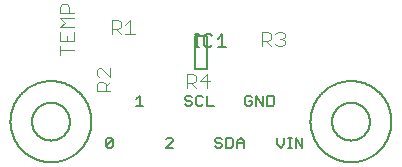
<source format=gto>
G75*
%MOIN*%
%OFA0B0*%
%FSLAX25Y25*%
%IPPOS*%
%LPD*%
%AMOC8*
5,1,8,0,0,1.08239X$1,22.5*
%
%ADD10C,0.00600*%
%ADD11C,0.00800*%
%ADD12C,0.00400*%
D10*
X0035458Y0009867D02*
X0036026Y0009300D01*
X0037160Y0009300D01*
X0037727Y0009867D01*
X0037727Y0012136D01*
X0035458Y0009867D01*
X0035458Y0012136D01*
X0036026Y0012703D01*
X0037160Y0012703D01*
X0037727Y0012136D01*
X0055458Y0012136D02*
X0056026Y0012703D01*
X0057160Y0012703D01*
X0057727Y0012136D01*
X0057727Y0011569D01*
X0055458Y0009300D01*
X0057727Y0009300D01*
X0071775Y0009867D02*
X0072342Y0009300D01*
X0073477Y0009300D01*
X0074044Y0009867D01*
X0074044Y0010434D01*
X0073477Y0011001D01*
X0072342Y0011001D01*
X0071775Y0011569D01*
X0071775Y0012136D01*
X0072342Y0012703D01*
X0073477Y0012703D01*
X0074044Y0012136D01*
X0075458Y0012703D02*
X0077160Y0012703D01*
X0077727Y0012136D01*
X0077727Y0009867D01*
X0077160Y0009300D01*
X0075458Y0009300D01*
X0075458Y0012703D01*
X0079142Y0011569D02*
X0080276Y0012703D01*
X0081410Y0011569D01*
X0081410Y0009300D01*
X0079142Y0009300D02*
X0079142Y0011569D01*
X0079142Y0011001D02*
X0081410Y0011001D01*
X0092389Y0010434D02*
X0093523Y0009300D01*
X0094658Y0010434D01*
X0094658Y0012703D01*
X0096072Y0012703D02*
X0097207Y0012703D01*
X0096639Y0012703D02*
X0096639Y0009300D01*
X0096072Y0009300D02*
X0097207Y0009300D01*
X0098528Y0009300D02*
X0098528Y0012703D01*
X0100796Y0009300D01*
X0100796Y0012703D01*
X0092389Y0012703D02*
X0092389Y0010434D01*
X0090843Y0023300D02*
X0089142Y0023300D01*
X0089142Y0026703D01*
X0090843Y0026703D01*
X0091410Y0026136D01*
X0091410Y0023867D01*
X0090843Y0023300D01*
X0087727Y0023300D02*
X0087727Y0026703D01*
X0085458Y0026703D02*
X0087727Y0023300D01*
X0085458Y0023300D02*
X0085458Y0026703D01*
X0084044Y0026136D02*
X0083477Y0026703D01*
X0082342Y0026703D01*
X0081775Y0026136D01*
X0081775Y0023867D01*
X0082342Y0023300D01*
X0083477Y0023300D01*
X0084044Y0023867D01*
X0084044Y0025001D01*
X0082910Y0025001D01*
X0071410Y0023300D02*
X0069142Y0023300D01*
X0069142Y0026703D01*
X0067727Y0026136D02*
X0067160Y0026703D01*
X0066026Y0026703D01*
X0065458Y0026136D01*
X0065458Y0023867D01*
X0066026Y0023300D01*
X0067160Y0023300D01*
X0067727Y0023867D01*
X0064044Y0023867D02*
X0063477Y0023300D01*
X0062342Y0023300D01*
X0061775Y0023867D01*
X0063477Y0025001D02*
X0064044Y0024434D01*
X0064044Y0023867D01*
X0063477Y0025001D02*
X0062342Y0025001D01*
X0061775Y0025569D01*
X0061775Y0026136D01*
X0062342Y0026703D01*
X0063477Y0026703D01*
X0064044Y0026136D01*
X0047727Y0023300D02*
X0045458Y0023300D01*
X0046593Y0023300D02*
X0046593Y0026703D01*
X0045458Y0025569D01*
X0003500Y0018000D02*
X0003504Y0018331D01*
X0003516Y0018662D01*
X0003537Y0018993D01*
X0003565Y0019323D01*
X0003602Y0019653D01*
X0003646Y0019981D01*
X0003699Y0020308D01*
X0003759Y0020634D01*
X0003828Y0020958D01*
X0003905Y0021280D01*
X0003989Y0021601D01*
X0004081Y0021919D01*
X0004181Y0022235D01*
X0004289Y0022548D01*
X0004405Y0022859D01*
X0004528Y0023166D01*
X0004658Y0023471D01*
X0004796Y0023772D01*
X0004941Y0024070D01*
X0005094Y0024364D01*
X0005254Y0024654D01*
X0005421Y0024940D01*
X0005594Y0025222D01*
X0005775Y0025500D01*
X0005963Y0025773D01*
X0006157Y0026042D01*
X0006357Y0026306D01*
X0006564Y0026564D01*
X0006778Y0026818D01*
X0006997Y0027066D01*
X0007223Y0027309D01*
X0007454Y0027546D01*
X0007691Y0027777D01*
X0007934Y0028003D01*
X0008182Y0028222D01*
X0008436Y0028436D01*
X0008694Y0028643D01*
X0008958Y0028843D01*
X0009227Y0029037D01*
X0009500Y0029225D01*
X0009778Y0029406D01*
X0010060Y0029579D01*
X0010346Y0029746D01*
X0010636Y0029906D01*
X0010930Y0030059D01*
X0011228Y0030204D01*
X0011529Y0030342D01*
X0011834Y0030472D01*
X0012141Y0030595D01*
X0012452Y0030711D01*
X0012765Y0030819D01*
X0013081Y0030919D01*
X0013399Y0031011D01*
X0013720Y0031095D01*
X0014042Y0031172D01*
X0014366Y0031241D01*
X0014692Y0031301D01*
X0015019Y0031354D01*
X0015347Y0031398D01*
X0015677Y0031435D01*
X0016007Y0031463D01*
X0016338Y0031484D01*
X0016669Y0031496D01*
X0017000Y0031500D01*
X0017331Y0031496D01*
X0017662Y0031484D01*
X0017993Y0031463D01*
X0018323Y0031435D01*
X0018653Y0031398D01*
X0018981Y0031354D01*
X0019308Y0031301D01*
X0019634Y0031241D01*
X0019958Y0031172D01*
X0020280Y0031095D01*
X0020601Y0031011D01*
X0020919Y0030919D01*
X0021235Y0030819D01*
X0021548Y0030711D01*
X0021859Y0030595D01*
X0022166Y0030472D01*
X0022471Y0030342D01*
X0022772Y0030204D01*
X0023070Y0030059D01*
X0023364Y0029906D01*
X0023654Y0029746D01*
X0023940Y0029579D01*
X0024222Y0029406D01*
X0024500Y0029225D01*
X0024773Y0029037D01*
X0025042Y0028843D01*
X0025306Y0028643D01*
X0025564Y0028436D01*
X0025818Y0028222D01*
X0026066Y0028003D01*
X0026309Y0027777D01*
X0026546Y0027546D01*
X0026777Y0027309D01*
X0027003Y0027066D01*
X0027222Y0026818D01*
X0027436Y0026564D01*
X0027643Y0026306D01*
X0027843Y0026042D01*
X0028037Y0025773D01*
X0028225Y0025500D01*
X0028406Y0025222D01*
X0028579Y0024940D01*
X0028746Y0024654D01*
X0028906Y0024364D01*
X0029059Y0024070D01*
X0029204Y0023772D01*
X0029342Y0023471D01*
X0029472Y0023166D01*
X0029595Y0022859D01*
X0029711Y0022548D01*
X0029819Y0022235D01*
X0029919Y0021919D01*
X0030011Y0021601D01*
X0030095Y0021280D01*
X0030172Y0020958D01*
X0030241Y0020634D01*
X0030301Y0020308D01*
X0030354Y0019981D01*
X0030398Y0019653D01*
X0030435Y0019323D01*
X0030463Y0018993D01*
X0030484Y0018662D01*
X0030496Y0018331D01*
X0030500Y0018000D01*
X0030496Y0017669D01*
X0030484Y0017338D01*
X0030463Y0017007D01*
X0030435Y0016677D01*
X0030398Y0016347D01*
X0030354Y0016019D01*
X0030301Y0015692D01*
X0030241Y0015366D01*
X0030172Y0015042D01*
X0030095Y0014720D01*
X0030011Y0014399D01*
X0029919Y0014081D01*
X0029819Y0013765D01*
X0029711Y0013452D01*
X0029595Y0013141D01*
X0029472Y0012834D01*
X0029342Y0012529D01*
X0029204Y0012228D01*
X0029059Y0011930D01*
X0028906Y0011636D01*
X0028746Y0011346D01*
X0028579Y0011060D01*
X0028406Y0010778D01*
X0028225Y0010500D01*
X0028037Y0010227D01*
X0027843Y0009958D01*
X0027643Y0009694D01*
X0027436Y0009436D01*
X0027222Y0009182D01*
X0027003Y0008934D01*
X0026777Y0008691D01*
X0026546Y0008454D01*
X0026309Y0008223D01*
X0026066Y0007997D01*
X0025818Y0007778D01*
X0025564Y0007564D01*
X0025306Y0007357D01*
X0025042Y0007157D01*
X0024773Y0006963D01*
X0024500Y0006775D01*
X0024222Y0006594D01*
X0023940Y0006421D01*
X0023654Y0006254D01*
X0023364Y0006094D01*
X0023070Y0005941D01*
X0022772Y0005796D01*
X0022471Y0005658D01*
X0022166Y0005528D01*
X0021859Y0005405D01*
X0021548Y0005289D01*
X0021235Y0005181D01*
X0020919Y0005081D01*
X0020601Y0004989D01*
X0020280Y0004905D01*
X0019958Y0004828D01*
X0019634Y0004759D01*
X0019308Y0004699D01*
X0018981Y0004646D01*
X0018653Y0004602D01*
X0018323Y0004565D01*
X0017993Y0004537D01*
X0017662Y0004516D01*
X0017331Y0004504D01*
X0017000Y0004500D01*
X0016669Y0004504D01*
X0016338Y0004516D01*
X0016007Y0004537D01*
X0015677Y0004565D01*
X0015347Y0004602D01*
X0015019Y0004646D01*
X0014692Y0004699D01*
X0014366Y0004759D01*
X0014042Y0004828D01*
X0013720Y0004905D01*
X0013399Y0004989D01*
X0013081Y0005081D01*
X0012765Y0005181D01*
X0012452Y0005289D01*
X0012141Y0005405D01*
X0011834Y0005528D01*
X0011529Y0005658D01*
X0011228Y0005796D01*
X0010930Y0005941D01*
X0010636Y0006094D01*
X0010346Y0006254D01*
X0010060Y0006421D01*
X0009778Y0006594D01*
X0009500Y0006775D01*
X0009227Y0006963D01*
X0008958Y0007157D01*
X0008694Y0007357D01*
X0008436Y0007564D01*
X0008182Y0007778D01*
X0007934Y0007997D01*
X0007691Y0008223D01*
X0007454Y0008454D01*
X0007223Y0008691D01*
X0006997Y0008934D01*
X0006778Y0009182D01*
X0006564Y0009436D01*
X0006357Y0009694D01*
X0006157Y0009958D01*
X0005963Y0010227D01*
X0005775Y0010500D01*
X0005594Y0010778D01*
X0005421Y0011060D01*
X0005254Y0011346D01*
X0005094Y0011636D01*
X0004941Y0011930D01*
X0004796Y0012228D01*
X0004658Y0012529D01*
X0004528Y0012834D01*
X0004405Y0013141D01*
X0004289Y0013452D01*
X0004181Y0013765D01*
X0004081Y0014081D01*
X0003989Y0014399D01*
X0003905Y0014720D01*
X0003828Y0015042D01*
X0003759Y0015366D01*
X0003699Y0015692D01*
X0003646Y0016019D01*
X0003602Y0016347D01*
X0003565Y0016677D01*
X0003537Y0017007D01*
X0003516Y0017338D01*
X0003504Y0017669D01*
X0003500Y0018000D01*
X0103500Y0018000D02*
X0103504Y0018331D01*
X0103516Y0018662D01*
X0103537Y0018993D01*
X0103565Y0019323D01*
X0103602Y0019653D01*
X0103646Y0019981D01*
X0103699Y0020308D01*
X0103759Y0020634D01*
X0103828Y0020958D01*
X0103905Y0021280D01*
X0103989Y0021601D01*
X0104081Y0021919D01*
X0104181Y0022235D01*
X0104289Y0022548D01*
X0104405Y0022859D01*
X0104528Y0023166D01*
X0104658Y0023471D01*
X0104796Y0023772D01*
X0104941Y0024070D01*
X0105094Y0024364D01*
X0105254Y0024654D01*
X0105421Y0024940D01*
X0105594Y0025222D01*
X0105775Y0025500D01*
X0105963Y0025773D01*
X0106157Y0026042D01*
X0106357Y0026306D01*
X0106564Y0026564D01*
X0106778Y0026818D01*
X0106997Y0027066D01*
X0107223Y0027309D01*
X0107454Y0027546D01*
X0107691Y0027777D01*
X0107934Y0028003D01*
X0108182Y0028222D01*
X0108436Y0028436D01*
X0108694Y0028643D01*
X0108958Y0028843D01*
X0109227Y0029037D01*
X0109500Y0029225D01*
X0109778Y0029406D01*
X0110060Y0029579D01*
X0110346Y0029746D01*
X0110636Y0029906D01*
X0110930Y0030059D01*
X0111228Y0030204D01*
X0111529Y0030342D01*
X0111834Y0030472D01*
X0112141Y0030595D01*
X0112452Y0030711D01*
X0112765Y0030819D01*
X0113081Y0030919D01*
X0113399Y0031011D01*
X0113720Y0031095D01*
X0114042Y0031172D01*
X0114366Y0031241D01*
X0114692Y0031301D01*
X0115019Y0031354D01*
X0115347Y0031398D01*
X0115677Y0031435D01*
X0116007Y0031463D01*
X0116338Y0031484D01*
X0116669Y0031496D01*
X0117000Y0031500D01*
X0117331Y0031496D01*
X0117662Y0031484D01*
X0117993Y0031463D01*
X0118323Y0031435D01*
X0118653Y0031398D01*
X0118981Y0031354D01*
X0119308Y0031301D01*
X0119634Y0031241D01*
X0119958Y0031172D01*
X0120280Y0031095D01*
X0120601Y0031011D01*
X0120919Y0030919D01*
X0121235Y0030819D01*
X0121548Y0030711D01*
X0121859Y0030595D01*
X0122166Y0030472D01*
X0122471Y0030342D01*
X0122772Y0030204D01*
X0123070Y0030059D01*
X0123364Y0029906D01*
X0123654Y0029746D01*
X0123940Y0029579D01*
X0124222Y0029406D01*
X0124500Y0029225D01*
X0124773Y0029037D01*
X0125042Y0028843D01*
X0125306Y0028643D01*
X0125564Y0028436D01*
X0125818Y0028222D01*
X0126066Y0028003D01*
X0126309Y0027777D01*
X0126546Y0027546D01*
X0126777Y0027309D01*
X0127003Y0027066D01*
X0127222Y0026818D01*
X0127436Y0026564D01*
X0127643Y0026306D01*
X0127843Y0026042D01*
X0128037Y0025773D01*
X0128225Y0025500D01*
X0128406Y0025222D01*
X0128579Y0024940D01*
X0128746Y0024654D01*
X0128906Y0024364D01*
X0129059Y0024070D01*
X0129204Y0023772D01*
X0129342Y0023471D01*
X0129472Y0023166D01*
X0129595Y0022859D01*
X0129711Y0022548D01*
X0129819Y0022235D01*
X0129919Y0021919D01*
X0130011Y0021601D01*
X0130095Y0021280D01*
X0130172Y0020958D01*
X0130241Y0020634D01*
X0130301Y0020308D01*
X0130354Y0019981D01*
X0130398Y0019653D01*
X0130435Y0019323D01*
X0130463Y0018993D01*
X0130484Y0018662D01*
X0130496Y0018331D01*
X0130500Y0018000D01*
X0130496Y0017669D01*
X0130484Y0017338D01*
X0130463Y0017007D01*
X0130435Y0016677D01*
X0130398Y0016347D01*
X0130354Y0016019D01*
X0130301Y0015692D01*
X0130241Y0015366D01*
X0130172Y0015042D01*
X0130095Y0014720D01*
X0130011Y0014399D01*
X0129919Y0014081D01*
X0129819Y0013765D01*
X0129711Y0013452D01*
X0129595Y0013141D01*
X0129472Y0012834D01*
X0129342Y0012529D01*
X0129204Y0012228D01*
X0129059Y0011930D01*
X0128906Y0011636D01*
X0128746Y0011346D01*
X0128579Y0011060D01*
X0128406Y0010778D01*
X0128225Y0010500D01*
X0128037Y0010227D01*
X0127843Y0009958D01*
X0127643Y0009694D01*
X0127436Y0009436D01*
X0127222Y0009182D01*
X0127003Y0008934D01*
X0126777Y0008691D01*
X0126546Y0008454D01*
X0126309Y0008223D01*
X0126066Y0007997D01*
X0125818Y0007778D01*
X0125564Y0007564D01*
X0125306Y0007357D01*
X0125042Y0007157D01*
X0124773Y0006963D01*
X0124500Y0006775D01*
X0124222Y0006594D01*
X0123940Y0006421D01*
X0123654Y0006254D01*
X0123364Y0006094D01*
X0123070Y0005941D01*
X0122772Y0005796D01*
X0122471Y0005658D01*
X0122166Y0005528D01*
X0121859Y0005405D01*
X0121548Y0005289D01*
X0121235Y0005181D01*
X0120919Y0005081D01*
X0120601Y0004989D01*
X0120280Y0004905D01*
X0119958Y0004828D01*
X0119634Y0004759D01*
X0119308Y0004699D01*
X0118981Y0004646D01*
X0118653Y0004602D01*
X0118323Y0004565D01*
X0117993Y0004537D01*
X0117662Y0004516D01*
X0117331Y0004504D01*
X0117000Y0004500D01*
X0116669Y0004504D01*
X0116338Y0004516D01*
X0116007Y0004537D01*
X0115677Y0004565D01*
X0115347Y0004602D01*
X0115019Y0004646D01*
X0114692Y0004699D01*
X0114366Y0004759D01*
X0114042Y0004828D01*
X0113720Y0004905D01*
X0113399Y0004989D01*
X0113081Y0005081D01*
X0112765Y0005181D01*
X0112452Y0005289D01*
X0112141Y0005405D01*
X0111834Y0005528D01*
X0111529Y0005658D01*
X0111228Y0005796D01*
X0110930Y0005941D01*
X0110636Y0006094D01*
X0110346Y0006254D01*
X0110060Y0006421D01*
X0109778Y0006594D01*
X0109500Y0006775D01*
X0109227Y0006963D01*
X0108958Y0007157D01*
X0108694Y0007357D01*
X0108436Y0007564D01*
X0108182Y0007778D01*
X0107934Y0007997D01*
X0107691Y0008223D01*
X0107454Y0008454D01*
X0107223Y0008691D01*
X0106997Y0008934D01*
X0106778Y0009182D01*
X0106564Y0009436D01*
X0106357Y0009694D01*
X0106157Y0009958D01*
X0105963Y0010227D01*
X0105775Y0010500D01*
X0105594Y0010778D01*
X0105421Y0011060D01*
X0105254Y0011346D01*
X0105094Y0011636D01*
X0104941Y0011930D01*
X0104796Y0012228D01*
X0104658Y0012529D01*
X0104528Y0012834D01*
X0104405Y0013141D01*
X0104289Y0013452D01*
X0104181Y0013765D01*
X0104081Y0014081D01*
X0103989Y0014399D01*
X0103905Y0014720D01*
X0103828Y0015042D01*
X0103759Y0015366D01*
X0103699Y0015692D01*
X0103646Y0016019D01*
X0103602Y0016347D01*
X0103565Y0016677D01*
X0103537Y0017007D01*
X0103516Y0017338D01*
X0103504Y0017669D01*
X0103500Y0018000D01*
D11*
X0110701Y0018000D02*
X0110703Y0018158D01*
X0110709Y0018316D01*
X0110719Y0018474D01*
X0110733Y0018632D01*
X0110751Y0018789D01*
X0110772Y0018946D01*
X0110798Y0019102D01*
X0110828Y0019258D01*
X0110861Y0019413D01*
X0110899Y0019566D01*
X0110940Y0019719D01*
X0110985Y0019871D01*
X0111034Y0020022D01*
X0111087Y0020171D01*
X0111143Y0020319D01*
X0111203Y0020465D01*
X0111267Y0020610D01*
X0111335Y0020753D01*
X0111406Y0020895D01*
X0111480Y0021035D01*
X0111558Y0021172D01*
X0111640Y0021308D01*
X0111724Y0021442D01*
X0111813Y0021573D01*
X0111904Y0021702D01*
X0111999Y0021829D01*
X0112096Y0021954D01*
X0112197Y0022076D01*
X0112301Y0022195D01*
X0112408Y0022312D01*
X0112518Y0022426D01*
X0112631Y0022537D01*
X0112746Y0022646D01*
X0112864Y0022751D01*
X0112985Y0022853D01*
X0113108Y0022953D01*
X0113234Y0023049D01*
X0113362Y0023142D01*
X0113492Y0023232D01*
X0113625Y0023318D01*
X0113760Y0023402D01*
X0113896Y0023481D01*
X0114035Y0023558D01*
X0114176Y0023630D01*
X0114318Y0023700D01*
X0114462Y0023765D01*
X0114608Y0023827D01*
X0114755Y0023885D01*
X0114904Y0023940D01*
X0115054Y0023991D01*
X0115205Y0024038D01*
X0115357Y0024081D01*
X0115510Y0024120D01*
X0115665Y0024156D01*
X0115820Y0024187D01*
X0115976Y0024215D01*
X0116132Y0024239D01*
X0116289Y0024259D01*
X0116447Y0024275D01*
X0116604Y0024287D01*
X0116763Y0024295D01*
X0116921Y0024299D01*
X0117079Y0024299D01*
X0117237Y0024295D01*
X0117396Y0024287D01*
X0117553Y0024275D01*
X0117711Y0024259D01*
X0117868Y0024239D01*
X0118024Y0024215D01*
X0118180Y0024187D01*
X0118335Y0024156D01*
X0118490Y0024120D01*
X0118643Y0024081D01*
X0118795Y0024038D01*
X0118946Y0023991D01*
X0119096Y0023940D01*
X0119245Y0023885D01*
X0119392Y0023827D01*
X0119538Y0023765D01*
X0119682Y0023700D01*
X0119824Y0023630D01*
X0119965Y0023558D01*
X0120104Y0023481D01*
X0120240Y0023402D01*
X0120375Y0023318D01*
X0120508Y0023232D01*
X0120638Y0023142D01*
X0120766Y0023049D01*
X0120892Y0022953D01*
X0121015Y0022853D01*
X0121136Y0022751D01*
X0121254Y0022646D01*
X0121369Y0022537D01*
X0121482Y0022426D01*
X0121592Y0022312D01*
X0121699Y0022195D01*
X0121803Y0022076D01*
X0121904Y0021954D01*
X0122001Y0021829D01*
X0122096Y0021702D01*
X0122187Y0021573D01*
X0122276Y0021442D01*
X0122360Y0021308D01*
X0122442Y0021172D01*
X0122520Y0021035D01*
X0122594Y0020895D01*
X0122665Y0020753D01*
X0122733Y0020610D01*
X0122797Y0020465D01*
X0122857Y0020319D01*
X0122913Y0020171D01*
X0122966Y0020022D01*
X0123015Y0019871D01*
X0123060Y0019719D01*
X0123101Y0019566D01*
X0123139Y0019413D01*
X0123172Y0019258D01*
X0123202Y0019102D01*
X0123228Y0018946D01*
X0123249Y0018789D01*
X0123267Y0018632D01*
X0123281Y0018474D01*
X0123291Y0018316D01*
X0123297Y0018158D01*
X0123299Y0018000D01*
X0123297Y0017842D01*
X0123291Y0017684D01*
X0123281Y0017526D01*
X0123267Y0017368D01*
X0123249Y0017211D01*
X0123228Y0017054D01*
X0123202Y0016898D01*
X0123172Y0016742D01*
X0123139Y0016587D01*
X0123101Y0016434D01*
X0123060Y0016281D01*
X0123015Y0016129D01*
X0122966Y0015978D01*
X0122913Y0015829D01*
X0122857Y0015681D01*
X0122797Y0015535D01*
X0122733Y0015390D01*
X0122665Y0015247D01*
X0122594Y0015105D01*
X0122520Y0014965D01*
X0122442Y0014828D01*
X0122360Y0014692D01*
X0122276Y0014558D01*
X0122187Y0014427D01*
X0122096Y0014298D01*
X0122001Y0014171D01*
X0121904Y0014046D01*
X0121803Y0013924D01*
X0121699Y0013805D01*
X0121592Y0013688D01*
X0121482Y0013574D01*
X0121369Y0013463D01*
X0121254Y0013354D01*
X0121136Y0013249D01*
X0121015Y0013147D01*
X0120892Y0013047D01*
X0120766Y0012951D01*
X0120638Y0012858D01*
X0120508Y0012768D01*
X0120375Y0012682D01*
X0120240Y0012598D01*
X0120104Y0012519D01*
X0119965Y0012442D01*
X0119824Y0012370D01*
X0119682Y0012300D01*
X0119538Y0012235D01*
X0119392Y0012173D01*
X0119245Y0012115D01*
X0119096Y0012060D01*
X0118946Y0012009D01*
X0118795Y0011962D01*
X0118643Y0011919D01*
X0118490Y0011880D01*
X0118335Y0011844D01*
X0118180Y0011813D01*
X0118024Y0011785D01*
X0117868Y0011761D01*
X0117711Y0011741D01*
X0117553Y0011725D01*
X0117396Y0011713D01*
X0117237Y0011705D01*
X0117079Y0011701D01*
X0116921Y0011701D01*
X0116763Y0011705D01*
X0116604Y0011713D01*
X0116447Y0011725D01*
X0116289Y0011741D01*
X0116132Y0011761D01*
X0115976Y0011785D01*
X0115820Y0011813D01*
X0115665Y0011844D01*
X0115510Y0011880D01*
X0115357Y0011919D01*
X0115205Y0011962D01*
X0115054Y0012009D01*
X0114904Y0012060D01*
X0114755Y0012115D01*
X0114608Y0012173D01*
X0114462Y0012235D01*
X0114318Y0012300D01*
X0114176Y0012370D01*
X0114035Y0012442D01*
X0113896Y0012519D01*
X0113760Y0012598D01*
X0113625Y0012682D01*
X0113492Y0012768D01*
X0113362Y0012858D01*
X0113234Y0012951D01*
X0113108Y0013047D01*
X0112985Y0013147D01*
X0112864Y0013249D01*
X0112746Y0013354D01*
X0112631Y0013463D01*
X0112518Y0013574D01*
X0112408Y0013688D01*
X0112301Y0013805D01*
X0112197Y0013924D01*
X0112096Y0014046D01*
X0111999Y0014171D01*
X0111904Y0014298D01*
X0111813Y0014427D01*
X0111724Y0014558D01*
X0111640Y0014692D01*
X0111558Y0014828D01*
X0111480Y0014965D01*
X0111406Y0015105D01*
X0111335Y0015247D01*
X0111267Y0015390D01*
X0111203Y0015535D01*
X0111143Y0015681D01*
X0111087Y0015829D01*
X0111034Y0015978D01*
X0110985Y0016129D01*
X0110940Y0016281D01*
X0110899Y0016434D01*
X0110861Y0016587D01*
X0110828Y0016742D01*
X0110798Y0016898D01*
X0110772Y0017054D01*
X0110751Y0017211D01*
X0110733Y0017368D01*
X0110719Y0017526D01*
X0110709Y0017684D01*
X0110703Y0017842D01*
X0110701Y0018000D01*
X0069000Y0035500D02*
X0065000Y0035500D01*
X0065000Y0046500D01*
X0069000Y0046500D01*
X0069000Y0035500D01*
X0068670Y0042900D02*
X0070071Y0042900D01*
X0070772Y0043601D01*
X0068670Y0042900D02*
X0067969Y0043601D01*
X0067969Y0046403D01*
X0068670Y0047104D01*
X0070071Y0047104D01*
X0070772Y0046403D01*
X0072573Y0045702D02*
X0073974Y0047104D01*
X0073974Y0042900D01*
X0072573Y0042900D02*
X0075376Y0042900D01*
X0066301Y0042900D02*
X0064900Y0042900D01*
X0065601Y0042900D02*
X0065601Y0047104D01*
X0066301Y0047104D02*
X0064900Y0047104D01*
X0010701Y0018000D02*
X0010703Y0018158D01*
X0010709Y0018316D01*
X0010719Y0018474D01*
X0010733Y0018632D01*
X0010751Y0018789D01*
X0010772Y0018946D01*
X0010798Y0019102D01*
X0010828Y0019258D01*
X0010861Y0019413D01*
X0010899Y0019566D01*
X0010940Y0019719D01*
X0010985Y0019871D01*
X0011034Y0020022D01*
X0011087Y0020171D01*
X0011143Y0020319D01*
X0011203Y0020465D01*
X0011267Y0020610D01*
X0011335Y0020753D01*
X0011406Y0020895D01*
X0011480Y0021035D01*
X0011558Y0021172D01*
X0011640Y0021308D01*
X0011724Y0021442D01*
X0011813Y0021573D01*
X0011904Y0021702D01*
X0011999Y0021829D01*
X0012096Y0021954D01*
X0012197Y0022076D01*
X0012301Y0022195D01*
X0012408Y0022312D01*
X0012518Y0022426D01*
X0012631Y0022537D01*
X0012746Y0022646D01*
X0012864Y0022751D01*
X0012985Y0022853D01*
X0013108Y0022953D01*
X0013234Y0023049D01*
X0013362Y0023142D01*
X0013492Y0023232D01*
X0013625Y0023318D01*
X0013760Y0023402D01*
X0013896Y0023481D01*
X0014035Y0023558D01*
X0014176Y0023630D01*
X0014318Y0023700D01*
X0014462Y0023765D01*
X0014608Y0023827D01*
X0014755Y0023885D01*
X0014904Y0023940D01*
X0015054Y0023991D01*
X0015205Y0024038D01*
X0015357Y0024081D01*
X0015510Y0024120D01*
X0015665Y0024156D01*
X0015820Y0024187D01*
X0015976Y0024215D01*
X0016132Y0024239D01*
X0016289Y0024259D01*
X0016447Y0024275D01*
X0016604Y0024287D01*
X0016763Y0024295D01*
X0016921Y0024299D01*
X0017079Y0024299D01*
X0017237Y0024295D01*
X0017396Y0024287D01*
X0017553Y0024275D01*
X0017711Y0024259D01*
X0017868Y0024239D01*
X0018024Y0024215D01*
X0018180Y0024187D01*
X0018335Y0024156D01*
X0018490Y0024120D01*
X0018643Y0024081D01*
X0018795Y0024038D01*
X0018946Y0023991D01*
X0019096Y0023940D01*
X0019245Y0023885D01*
X0019392Y0023827D01*
X0019538Y0023765D01*
X0019682Y0023700D01*
X0019824Y0023630D01*
X0019965Y0023558D01*
X0020104Y0023481D01*
X0020240Y0023402D01*
X0020375Y0023318D01*
X0020508Y0023232D01*
X0020638Y0023142D01*
X0020766Y0023049D01*
X0020892Y0022953D01*
X0021015Y0022853D01*
X0021136Y0022751D01*
X0021254Y0022646D01*
X0021369Y0022537D01*
X0021482Y0022426D01*
X0021592Y0022312D01*
X0021699Y0022195D01*
X0021803Y0022076D01*
X0021904Y0021954D01*
X0022001Y0021829D01*
X0022096Y0021702D01*
X0022187Y0021573D01*
X0022276Y0021442D01*
X0022360Y0021308D01*
X0022442Y0021172D01*
X0022520Y0021035D01*
X0022594Y0020895D01*
X0022665Y0020753D01*
X0022733Y0020610D01*
X0022797Y0020465D01*
X0022857Y0020319D01*
X0022913Y0020171D01*
X0022966Y0020022D01*
X0023015Y0019871D01*
X0023060Y0019719D01*
X0023101Y0019566D01*
X0023139Y0019413D01*
X0023172Y0019258D01*
X0023202Y0019102D01*
X0023228Y0018946D01*
X0023249Y0018789D01*
X0023267Y0018632D01*
X0023281Y0018474D01*
X0023291Y0018316D01*
X0023297Y0018158D01*
X0023299Y0018000D01*
X0023297Y0017842D01*
X0023291Y0017684D01*
X0023281Y0017526D01*
X0023267Y0017368D01*
X0023249Y0017211D01*
X0023228Y0017054D01*
X0023202Y0016898D01*
X0023172Y0016742D01*
X0023139Y0016587D01*
X0023101Y0016434D01*
X0023060Y0016281D01*
X0023015Y0016129D01*
X0022966Y0015978D01*
X0022913Y0015829D01*
X0022857Y0015681D01*
X0022797Y0015535D01*
X0022733Y0015390D01*
X0022665Y0015247D01*
X0022594Y0015105D01*
X0022520Y0014965D01*
X0022442Y0014828D01*
X0022360Y0014692D01*
X0022276Y0014558D01*
X0022187Y0014427D01*
X0022096Y0014298D01*
X0022001Y0014171D01*
X0021904Y0014046D01*
X0021803Y0013924D01*
X0021699Y0013805D01*
X0021592Y0013688D01*
X0021482Y0013574D01*
X0021369Y0013463D01*
X0021254Y0013354D01*
X0021136Y0013249D01*
X0021015Y0013147D01*
X0020892Y0013047D01*
X0020766Y0012951D01*
X0020638Y0012858D01*
X0020508Y0012768D01*
X0020375Y0012682D01*
X0020240Y0012598D01*
X0020104Y0012519D01*
X0019965Y0012442D01*
X0019824Y0012370D01*
X0019682Y0012300D01*
X0019538Y0012235D01*
X0019392Y0012173D01*
X0019245Y0012115D01*
X0019096Y0012060D01*
X0018946Y0012009D01*
X0018795Y0011962D01*
X0018643Y0011919D01*
X0018490Y0011880D01*
X0018335Y0011844D01*
X0018180Y0011813D01*
X0018024Y0011785D01*
X0017868Y0011761D01*
X0017711Y0011741D01*
X0017553Y0011725D01*
X0017396Y0011713D01*
X0017237Y0011705D01*
X0017079Y0011701D01*
X0016921Y0011701D01*
X0016763Y0011705D01*
X0016604Y0011713D01*
X0016447Y0011725D01*
X0016289Y0011741D01*
X0016132Y0011761D01*
X0015976Y0011785D01*
X0015820Y0011813D01*
X0015665Y0011844D01*
X0015510Y0011880D01*
X0015357Y0011919D01*
X0015205Y0011962D01*
X0015054Y0012009D01*
X0014904Y0012060D01*
X0014755Y0012115D01*
X0014608Y0012173D01*
X0014462Y0012235D01*
X0014318Y0012300D01*
X0014176Y0012370D01*
X0014035Y0012442D01*
X0013896Y0012519D01*
X0013760Y0012598D01*
X0013625Y0012682D01*
X0013492Y0012768D01*
X0013362Y0012858D01*
X0013234Y0012951D01*
X0013108Y0013047D01*
X0012985Y0013147D01*
X0012864Y0013249D01*
X0012746Y0013354D01*
X0012631Y0013463D01*
X0012518Y0013574D01*
X0012408Y0013688D01*
X0012301Y0013805D01*
X0012197Y0013924D01*
X0012096Y0014046D01*
X0011999Y0014171D01*
X0011904Y0014298D01*
X0011813Y0014427D01*
X0011724Y0014558D01*
X0011640Y0014692D01*
X0011558Y0014828D01*
X0011480Y0014965D01*
X0011406Y0015105D01*
X0011335Y0015247D01*
X0011267Y0015390D01*
X0011203Y0015535D01*
X0011143Y0015681D01*
X0011087Y0015829D01*
X0011034Y0015978D01*
X0010985Y0016129D01*
X0010940Y0016281D01*
X0010899Y0016434D01*
X0010861Y0016587D01*
X0010828Y0016742D01*
X0010798Y0016898D01*
X0010772Y0017054D01*
X0010751Y0017211D01*
X0010733Y0017368D01*
X0010719Y0017526D01*
X0010709Y0017684D01*
X0010703Y0017842D01*
X0010701Y0018000D01*
D12*
X0032196Y0028200D02*
X0032196Y0030502D01*
X0032963Y0031269D01*
X0034498Y0031269D01*
X0035265Y0030502D01*
X0035265Y0028200D01*
X0036800Y0028200D02*
X0032196Y0028200D01*
X0035265Y0029735D02*
X0036800Y0031269D01*
X0036800Y0032804D02*
X0033731Y0035873D01*
X0032963Y0035873D01*
X0032196Y0035106D01*
X0032196Y0033571D01*
X0032963Y0032804D01*
X0036800Y0032804D02*
X0036800Y0035873D01*
X0024635Y0041766D02*
X0020031Y0041766D01*
X0020031Y0043300D02*
X0020031Y0040231D01*
X0020031Y0044835D02*
X0024635Y0044835D01*
X0024635Y0047904D01*
X0022333Y0046370D02*
X0022333Y0044835D01*
X0020031Y0044835D02*
X0020031Y0047904D01*
X0020031Y0049439D02*
X0021566Y0050974D01*
X0020031Y0052508D01*
X0024635Y0052508D01*
X0024635Y0054043D02*
X0020031Y0054043D01*
X0020031Y0056345D01*
X0020798Y0057112D01*
X0022333Y0057112D01*
X0023100Y0056345D01*
X0023100Y0054043D01*
X0024635Y0049439D02*
X0020031Y0049439D01*
X0037200Y0048735D02*
X0039502Y0048735D01*
X0040269Y0049502D01*
X0040269Y0051037D01*
X0039502Y0051804D01*
X0037200Y0051804D01*
X0037200Y0047200D01*
X0038735Y0048735D02*
X0040269Y0047200D01*
X0041804Y0047200D02*
X0044873Y0047200D01*
X0043339Y0047200D02*
X0043339Y0051804D01*
X0041804Y0050269D01*
X0062200Y0033804D02*
X0064502Y0033804D01*
X0065269Y0033037D01*
X0065269Y0031502D01*
X0064502Y0030735D01*
X0062200Y0030735D01*
X0063735Y0030735D02*
X0065269Y0029200D01*
X0062200Y0029200D02*
X0062200Y0033804D01*
X0066804Y0031502D02*
X0069873Y0031502D01*
X0069106Y0029200D02*
X0069106Y0033804D01*
X0066804Y0031502D01*
X0087200Y0043200D02*
X0087200Y0047804D01*
X0089502Y0047804D01*
X0090269Y0047037D01*
X0090269Y0045502D01*
X0089502Y0044735D01*
X0087200Y0044735D01*
X0088735Y0044735D02*
X0090269Y0043200D01*
X0091804Y0043967D02*
X0092571Y0043200D01*
X0094106Y0043200D01*
X0094873Y0043967D01*
X0094873Y0044735D01*
X0094106Y0045502D01*
X0093339Y0045502D01*
X0094106Y0045502D02*
X0094873Y0046269D01*
X0094873Y0047037D01*
X0094106Y0047804D01*
X0092571Y0047804D01*
X0091804Y0047037D01*
M02*

</source>
